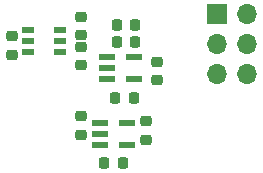
<source format=gts>
G04 #@! TF.GenerationSoftware,KiCad,Pcbnew,(5.99.0-11526-gd613292b67)*
G04 #@! TF.CreationDate,2021-07-26T20:03:08-04:00*
G04 #@! TF.ProjectId,psu,7073752e-6b69-4636-9164-5f7063625858,rev?*
G04 #@! TF.SameCoordinates,Original*
G04 #@! TF.FileFunction,Soldermask,Top*
G04 #@! TF.FilePolarity,Negative*
%FSLAX46Y46*%
G04 Gerber Fmt 4.6, Leading zero omitted, Abs format (unit mm)*
G04 Created by KiCad (PCBNEW (5.99.0-11526-gd613292b67)) date 2021-07-26 20:03:08*
%MOMM*%
%LPD*%
G01*
G04 APERTURE LIST*
G04 Aperture macros list*
%AMRoundRect*
0 Rectangle with rounded corners*
0 $1 Rounding radius*
0 $2 $3 $4 $5 $6 $7 $8 $9 X,Y pos of 4 corners*
0 Add a 4 corners polygon primitive as box body*
4,1,4,$2,$3,$4,$5,$6,$7,$8,$9,$2,$3,0*
0 Add four circle primitives for the rounded corners*
1,1,$1+$1,$2,$3*
1,1,$1+$1,$4,$5*
1,1,$1+$1,$6,$7*
1,1,$1+$1,$8,$9*
0 Add four rect primitives between the rounded corners*
20,1,$1+$1,$2,$3,$4,$5,0*
20,1,$1+$1,$4,$5,$6,$7,0*
20,1,$1+$1,$6,$7,$8,$9,0*
20,1,$1+$1,$8,$9,$2,$3,0*%
G04 Aperture macros list end*
%ADD10RoundRect,0.218750X-0.218750X-0.256250X0.218750X-0.256250X0.218750X0.256250X-0.218750X0.256250X0*%
%ADD11R,1.473200X0.558800*%
%ADD12R,1.700000X1.700000*%
%ADD13O,1.700000X1.700000*%
%ADD14RoundRect,0.218750X0.256250X-0.218750X0.256250X0.218750X-0.256250X0.218750X-0.256250X-0.218750X0*%
%ADD15RoundRect,0.218750X-0.256250X0.218750X-0.256250X-0.218750X0.256250X-0.218750X0.256250X0.218750X0*%
%ADD16R,1.041400X0.609600*%
G04 APERTURE END LIST*
D10*
X197862500Y-110675000D03*
X199437500Y-110675000D03*
D11*
X197517350Y-107262498D03*
X197517350Y-108212499D03*
X197517350Y-109162500D03*
X199752550Y-109162500D03*
X199752550Y-107262498D03*
D12*
X207410000Y-98060000D03*
D13*
X209950000Y-98060000D03*
X207410000Y-100600000D03*
X209950000Y-100600000D03*
X207410000Y-103140000D03*
X209950000Y-103140000D03*
D14*
X195900000Y-108287500D03*
X195900000Y-106712500D03*
X195894600Y-99855001D03*
X195894600Y-98280001D03*
X201375000Y-108687500D03*
X201375000Y-107112500D03*
X190025000Y-101506001D03*
X190025000Y-99931001D03*
D15*
X195894600Y-100820001D03*
X195894600Y-102395001D03*
D10*
X198780100Y-105162501D03*
X200355100Y-105162501D03*
D14*
X202317600Y-103650001D03*
X202317600Y-102075001D03*
D16*
X194117600Y-101262501D03*
X194117600Y-100312500D03*
X194117600Y-99362499D03*
X191417600Y-99362499D03*
X191417600Y-100312500D03*
X191417600Y-101262501D03*
D10*
X198901500Y-100390000D03*
X200476500Y-100390000D03*
D11*
X198100000Y-101675000D03*
X198100000Y-102625001D03*
X198100000Y-103575002D03*
X200335200Y-103575002D03*
X200335200Y-101675000D03*
D10*
X198902500Y-98970000D03*
X200477500Y-98970000D03*
M02*

</source>
